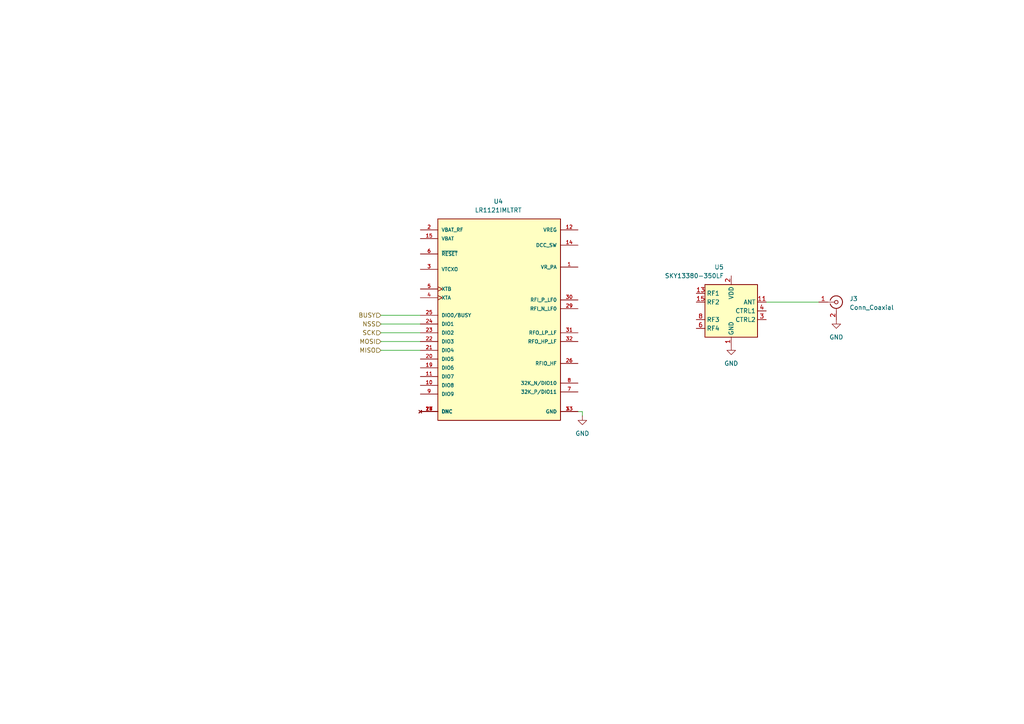
<source format=kicad_sch>
(kicad_sch (version 20250114) (generator "eeschema") (generator_version "9.0")
  (paper "A4")
  (lib_symbols
    (symbol "Connector:Conn_Coaxial" (pin_names (offset 1.016) (hide yes))
      (property "Reference" "J" (at 0.254 3.048 0))
      (property "Value" "Conn_Coaxial" (at 2.921 0 90))
      (symbol "Conn_Coaxial_0_1"
        (polyline (pts (xy -2.54 0) (xy -0.508 0)))
        (arc (start 1.778 0) (mid 0.222 -1.8079) (end -1.778 -0.508) (stroke (width 0.254)))
        (arc (start -1.778 0.508) (mid 0.2221 1.8084) (end 1.778 0) (stroke (width 0.254)))
        (circle (center 0 0) (radius 0.508) (stroke (width 0.2032)))
        (polyline (pts (xy 0 -2.54) (xy 0 -1.778)))
      )
      (symbol "Conn_Coaxial_1_1"
        (pin passive line (at -5.08 0 0) (length 2.54) (name "In") (number "1"))
        (pin passive line (at 0 -5.08 90) (length 2.54) (name "Ext") (number "2"))
      )
    )
    (symbol "RF_Switch:SKY13380-350LF"
      (property "Reference" "U" (at -6.35 8.89 0))
      (property "Value" "SKY13380-350LF" (at 10.16 8.89 0))
      (symbol "SKY13380-350LF_0_1"
        (rectangle (start -7.62 7.62) (end 7.62 -7.62) (stroke (width 0.254)) (fill (type background)))
      )
      (symbol "SKY13380-350LF_1_1"
        (pin passive line (at -10.16 2.54 0) (length 2.54) (name "ANT") (number "11"))
        (pin input line (at -10.16 0 0) (length 2.54) (name "CTRL1") (number "4"))
        (pin input line (at -10.16 -2.54 0) (length 2.54) (name "CTRL2") (number "3"))
        (pin power_in line (at 0 10.16 270) (length 2.54) (name "VDD") (number "2"))
        (pin power_in line (at 0 -10.16 90) (length 2.54) (name "GND") (number "1"))
        (pin passive line (at 0 -10.16 90) (length 2.54) (hide yes) (name "GND") (number "10"))
        (pin passive line (at 0 -10.16 90) (length 2.54) (hide yes) (name "GND") (number "12"))
        (pin passive line (at 0 -10.16 90) (length 2.54) (hide yes) (name "GND") (number "14"))
        (pin passive line (at 0 -10.16 90) (length 2.54) (hide yes) (name "GND") (number "5"))
        (pin passive line (at 0 -10.16 90) (length 2.54) (hide yes) (name "GND") (number "7"))
        (pin passive line (at 0 -10.16 90) (length 2.54) (hide yes) (name "GND") (number "9"))
        (pin no_connect line (at 7.62 0 180) (length 2.54) (hide yes) (name "NC") (number "16"))
        (pin passive line (at 10.16 5.08 180) (length 2.54) (name "RF1") (number "13"))
        (pin passive line (at 10.16 2.54 180) (length 2.54) (name "RF2") (number "15"))
        (pin passive line (at 10.16 -2.54 180) (length 2.54) (name "RF3") (number "8"))
        (pin passive line (at 10.16 -5.08 180) (length 2.54) (name "RF4") (number "6"))
      )
    )
    (symbol "Symbols:LR1121IMLTRT" (pin_names (offset 1.016))
      (property "Reference" "U" (at -17.78 31.242 0))
      (property "Value" "LR1121IMLTRT" (at -17.78 -30.48 0))
      (symbol "LR1121IMLTRT_0_0"
        (rectangle (start -17.78 30.48) (end 17.78 -27.94) (stroke (width 0.254)) (fill (type background)))
        (pin power_in line (at -22.86 27.305 0) (length 5.08) (name "VBAT_RF") (number "2"))
        (pin power_in line (at -22.86 24.765 0) (length 5.08) (name "VBAT") (number "15"))
        (pin input line (at -22.86 20.32 0) (length 5.08) (name "~{RESET}") (number "6"))
        (pin output line (at -22.86 15.875 0) (length 5.08) (name "VTCXO") (number "3"))
        (pin passive clock (at -22.86 10.16 0) (length 5.08) (name "XTB") (number "5"))
        (pin input clock (at -22.86 7.62 0) (length 5.08) (name "XTA") (number "4"))
        (pin bidirectional line (at -22.86 2.54 0) (length 5.08) (name "DIO0/BUSY") (number "25"))
        (pin bidirectional line (at -22.86 0 0) (length 5.08) (name "DIO1") (number "24"))
        (pin bidirectional line (at -22.86 -2.54 0) (length 5.08) (name "DIO2") (number "23"))
        (pin bidirectional line (at -22.86 -5.08 0) (length 5.08) (name "DIO3") (number "22"))
        (pin bidirectional line (at -22.86 -7.62 0) (length 5.08) (name "DIO4") (number "21"))
        (pin bidirectional line (at -22.86 -10.16 0) (length 5.08) (name "DIO5") (number "20"))
        (pin bidirectional line (at -22.86 -12.7 0) (length 5.08) (name "DIO6") (number "19"))
        (pin bidirectional line (at -22.86 -15.24 0) (length 5.08) (name "DIO7") (number "11"))
        (pin bidirectional line (at -22.86 -17.78 0) (length 5.08) (name "DIO8") (number "10"))
        (pin bidirectional line (at -22.86 -20.32 0) (length 5.08) (name "DIO9") (number "9"))
        (pin no_connect line (at -22.86 -25.4 0) (length 5.08) (name "DNC") (number "16"))
        (pin no_connect line (at -22.86 -25.4 0) (length 5.08) (name "DNC") (number "17"))
        (pin no_connect line (at -22.86 -25.4 0) (length 5.08) (name "DNC") (number "18"))
        (pin no_connect line (at -22.86 -25.4 0) (length 5.08) (name "DNC") (number "27"))
        (pin no_connect line (at -22.86 -25.4 0) (length 5.08) (name "DNC") (number "28"))
        (pin output line (at 22.86 27.305 180) (length 5.08) (name "VREG") (number "12"))
        (pin output line (at 22.86 22.86 180) (length 5.08) (name "DCC_SW") (number "14"))
        (pin output line (at 22.86 16.51 180) (length 5.08) (name "VR_PA") (number "1"))
        (pin input line (at 22.86 6.985 180) (length 5.08) (name "RFI_P_LF0") (number "30"))
        (pin input line (at 22.86 4.445 180) (length 5.08) (name "RFI_N_LF0") (number "29"))
        (pin output line (at 22.86 -2.54 180) (length 5.08) (name "RFO_LP_LF") (number "31"))
        (pin output line (at 22.86 -5.08 180) (length 5.08) (name "RFO_HP_LF") (number "32"))
        (pin bidirectional line (at 22.86 -11.43 180) (length 5.08) (name "RFIO_HF") (number "26"))
        (pin bidirectional line (at 22.86 -17.145 180) (length 5.08) (name "32K_N/DIO10") (number "8"))
        (pin bidirectional line (at 22.86 -19.685 180) (length 5.08) (name "32K_P/DIO11") (number "7"))
        (pin power_in line (at 22.86 -25.4 180) (length 5.08) (name "GND") (number "13"))
        (pin power_in line (at 22.86 -25.4 180) (length 5.08) (name "GND") (number "33"))
      )
    )
    (symbol "power:GND" (power) (pin_numbers (hide yes)) (pin_names (offset 0) (hide yes))
      (property "Value" "GND" (at 0 -3.81 0))
      (symbol "GND_0_1"
        (polyline (pts (xy 0 0) (xy 0 -1.27) (xy 1.27 -1.27) (xy 0 -2.54) (xy -1.27 -1.27) (xy 0 -1.27)))
      )
      (symbol "GND_1_1"
        (pin power_in line (at 0 0 270) (length 0) (name "~") (number "1"))
      )
    )
  )
  (wire (pts (xy 110.49 96.52) (xy 121.92 96.52)))
  (wire (pts (xy 110.49 91.44) (xy 121.92 91.44)))
  (wire (pts (xy 110.49 99.06) (xy 121.92 99.06)))
  (wire (pts (xy 168.91 119.38) (xy 168.91 120.65)))
  (wire (pts (xy 110.49 93.98) (xy 121.92 93.98)))
  (wire (pts (xy 167.64 119.38) (xy 168.91 119.38)))
  (wire (pts (xy 222.25 87.63) (xy 237.49 87.63)))
  (wire (pts (xy 110.49 101.6) (xy 121.92 101.6)))
  (hierarchical_label "SCK" (shape input) (at 110.49 96.52 180))
  (hierarchical_label "MISO" (shape input) (at 110.49 101.6 180))
  (hierarchical_label "BUSY" (shape input) (at 110.49 91.44 180))
  (hierarchical_label "NSS" (shape input) (at 110.49 93.98 180))
  (hierarchical_label "MOSI" (shape input) (at 110.49 99.06 180))
  (symbol (lib_id "Symbols:LR1121IMLTRT") (at 144.78 93.98 0) (unit 1)
    (property "Reference" "U3" (at 144.526 58.42 0))
    (property "Value" "LR1121IMLTRT" (at 144.526 60.96 0))
    (property "Footprint" "LR1121IMLTRT:QFN50P500X500X100-33N" (effects (hide yes)))
    (property "MF" "Semtech Corporation" (effects (hide yes)))
    (property "MAXIMUM_PACKAGE_HEIGHT" "1.0mm" (effects (hide yes)))
    (property "Package" "VFQFN-32 Semtech Corporation" (effects (hide yes)))
    (property "Price" "None" (effects (hide yes)))
    (property "Check_prices" "https://www.snapeda.com/parts/LR1121IMLTRT/Semtech/view-part/?ref=eda" (effects (hide yes)))
    (property "STANDARD" "IPC 7351B" (effects (hide yes)))
    (property "PARTREV" "2.0" (effects (hide yes)))
    (property "SnapEDA_Link" "https://www.snapeda.com/parts/LR1121IMLTRT/Semtech/view-part/?ref=snap" (effects (hide yes)))
    (property "MP" "LR1121IMLTRT" (effects (hide yes)))
    (property "Description_1" "IC RF TxRx Only General ISM > 1GHz LoRa™ 150MHz ~ 2.5GHz 32-VFQFN Exposed Pad" (effects (hide yes)))
    (property "Availability" "In Stock" (effects (hide yes)))
    (property "MANUFACTURER" "Semtech" (effects (hide yes)))
    (instances (project "ELRS Receiver" (path "" (reference "U4") (unit 1)) (path "" (reference "U3") (unit 1))))
  )
  (symbol (lib_id "power:GND") (at 212.09 100.33 0) (unit 1)
    (property "Reference" "#PWR02" (effects (hide yes)))
    (property "Value" "GND" (at 212.09 105.41 0))
    (property "Description" "Power symbol creates a global label with name \"GND\" , ground" (effects (hide yes)))
    (instances (project "ELRS Receiver" (path "" (reference "#PWR04") (unit 1)) (path "" (reference "#PWR02") (unit 1))))
  )
  (symbol (lib_id "Connector:Conn_Coaxial") (at 242.57 87.63 0) (unit 1)
    (property "Reference" "J2" (at 246.38 86.6531 0) (effects (justify left)))
    (property "Value" "Conn_Coaxial" (at 246.38 89.1931 0) (effects (justify left)))
    (property "Description" "coaxial connector (BNC, SMA, SMB, SMC, Cinch/RCA, LEMO, ...)" (effects (hide yes)))
    (instances (project "ELRS Receiver" (path "" (reference "J3") (unit 1)) (path "" (reference "J2") (unit 1))))
  )
  (symbol (lib_id "RF_Switch:SKY13380-350LF") (at 212.09 90.17 0) (mirror y) (unit 1)
    (property "Reference" "U1" (at 209.9467 77.47 0) (effects (justify left)))
    (property "Value" "SKY13380-350LF" (at 209.9467 80.01 0) (effects (justify left)))
    (property "Footprint" "Package_DFN_QFN:QFN-16-1EP_3x3mm_P0.5mm_EP1.7x1.7mm" (effects (hide yes)))
    (property "Datasheet" "https://www.skyworksinc.com/-/media/SkyWorks/Documents/Products/601-700/201486C.pdf" (effects (hide yes)))
    (property "Description" "SP4T 20MHz-3GHz high power switch, 50 Ohm, QFN-16" (effects (hide yes)))
    (instances (project "ELRS Receiver" (path "" (reference "U5") (unit 1)) (path "" (reference "U1") (unit 1))))
  )
  (symbol (lib_id "power:GND") (at 168.91 120.65 0) (unit 1)
    (property "Reference" "#PWR014" (effects (hide yes)))
    (property "Value" "GND" (at 168.91 125.73 0))
    (property "Description" "Power symbol creates a global label with name \"GND\" , ground" (effects (hide yes)))
    (instances (project "ELRS Receiver" (path "" (reference "#PWR03") (unit 1)) (path "" (reference "#PWR014") (unit 1))))
  )
  (symbol (lib_id "power:GND") (at 242.57 92.71 0) (unit 1)
    (property "Reference" "#PWR01" (effects (hide yes)))
    (property "Value" "GND" (at 242.57 97.79 0))
    (property "Description" "Power symbol creates a global label with name \"GND\" , ground" (effects (hide yes)))
    (instances (project "ELRS Receiver" (path "" (reference "#PWR05") (unit 1)) (path "" (reference "#PWR01") (unit 1))))
  )
)
</source>
